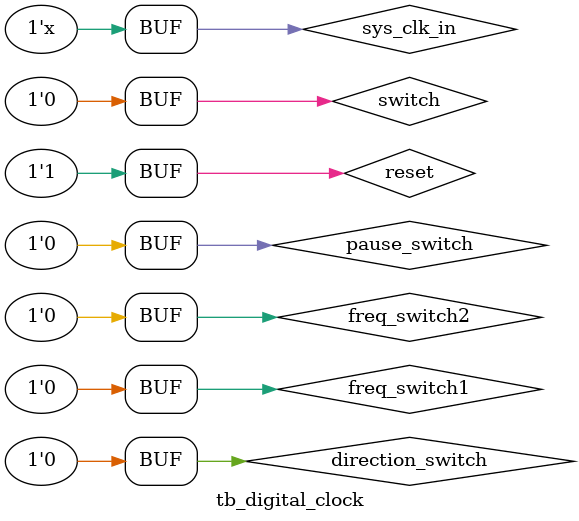
<source format=v>
`timescale 1ns/1ns
module tb_digital_clock();
    reg sys_clk_in;
    reg reset;
    reg switch;
    reg freq_switch1;
    reg freq_switch2;
    reg pause_switch;
    reg direction_switch;
    wire [83:0] binary_out;
    wire [7:0] display_out;
    wire [7:0] seg_control;

parameter clk_freq = 28'd1000_0000; // 10MHz clock input
parameter shift_freqHz = 28'd500_0000; // 5MHz shift frequency
parameter timer_freqHz = 28'd500_0000; // 1Hz timer frequency

digital_clock #(
    .clk_freq(clk_freq),
    .shift_freqHz(shift_freqHz),
    .timer_freqHz(timer_freqHz)
) UUT1(
    .sys_clk_in(sys_clk_in),
    .reset(reset),
    .switch(switch), // 0 for left shift, 1 for right shift
    .freq_switch1(freq_switch1), // 0 for slow, 1 for fast
    .freq_switch2(freq_switch2), // 0 for mid, 1 for super
    .pause_switch(pause_switch), // 0 for pause, 1 for run
    .direction_switch(direction_switch), // 0 for left, 1 for right
    .binary_out(binary_out),
    .display_out(display_out),
    .seg_control(seg_control)
);

initial 
begin
    begin
        sys_clk_in = 1'b0; // Initialize the clock input to 0
        switch = 1'b0; // Initialize the switch input to 0
        freq_switch1 = 1'b0; // Initialize the frequency1 switch input to 0
        freq_switch2 = 1'b0; // Initialize the frequency2 switch input to 0
        pause_switch = 1'b0; // Initialize the pause switch input to 0
        direction_switch = 1'b0; // Initialize the direction switch input to 0

    end
    #1  reset = 1'b1; 
    #1  reset = 1'b0; 
    #1  reset = 1'b1; 
    #22 direction_switch = 1'b1; // Change the direction switch to 1 (right shift)
    #60 direction_switch = 1'b0; // Change the direction switch back to 0 (left shift)
    #20 pause_switch = 1'b1; // Change the pause switch to 1 (pause)
    #60 pause_switch = 1'b0; // Change the pause switch back to 0 (run)
end

always
begin
    #5 sys_clk_in = ~sys_clk_in; // Toggle the clock input every 5 time units
end

endmodule
</source>
